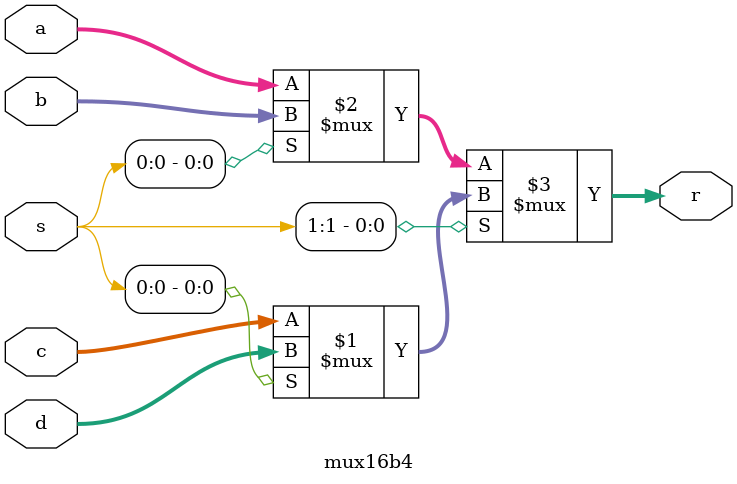
<source format=v>
module mux16b4(
    input[15:0] a,
    input[15:0] b,
    input[15:0] c,
    input[15:0] d,
    input[1:0] s,
    output[15:0] r
    );

assign r = s[1] ? (s[0] ? d : c) : (s[0] ? b : a); 

endmodule
</source>
